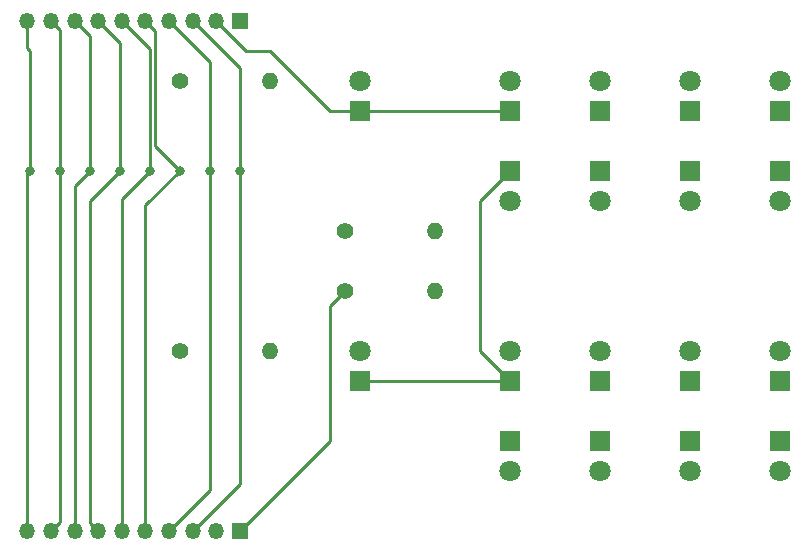
<source format=gtl>
%TF.GenerationSoftware,KiCad,Pcbnew,7.0.8*%
%TF.CreationDate,2023-10-07T23:46:44-07:00*%
%TF.ProjectId,htpm_control_module_display,6874706d-5f63-46f6-9e74-726f6c5f6d6f,1*%
%TF.SameCoordinates,Original*%
%TF.FileFunction,Copper,L1,Top*%
%TF.FilePolarity,Positive*%
%FSLAX46Y46*%
G04 Gerber Fmt 4.6, Leading zero omitted, Abs format (unit mm)*
G04 Created by KiCad (PCBNEW 7.0.8) date 2023-10-07 23:46:44*
%MOMM*%
%LPD*%
G01*
G04 APERTURE LIST*
%TA.AperFunction,ComponentPad*%
%ADD10R,1.800000X1.800000*%
%TD*%
%TA.AperFunction,ComponentPad*%
%ADD11C,1.800000*%
%TD*%
%TA.AperFunction,ComponentPad*%
%ADD12C,1.400000*%
%TD*%
%TA.AperFunction,ComponentPad*%
%ADD13O,1.400000X1.400000*%
%TD*%
%TA.AperFunction,ComponentPad*%
%ADD14R,1.350000X1.350000*%
%TD*%
%TA.AperFunction,ComponentPad*%
%ADD15O,1.350000X1.350000*%
%TD*%
%TA.AperFunction,ViaPad*%
%ADD16C,0.800000*%
%TD*%
%TA.AperFunction,Conductor*%
%ADD17C,0.250000*%
%TD*%
G04 APERTURE END LIST*
D10*
%TO.P,D15,1,K*%
%TO.N,GND*%
X154940000Y-111760000D03*
D11*
%TO.P,D15,2,A*%
%TO.N,Net-(D15-A)*%
X154940000Y-114300000D03*
%TD*%
D10*
%TO.P,D2,1,K*%
%TO.N,GND*%
X142240000Y-106680000D03*
D11*
%TO.P,D2,2,A*%
%TO.N,Net-(D2-A)*%
X142240000Y-104140000D03*
%TD*%
D12*
%TO.P,R1,1*%
%TO.N,Net-(JP25-B)*%
X127000000Y-81280000D03*
D13*
%TO.P,R1,2*%
%TO.N,Net-(D1-A)*%
X134620000Y-81280000D03*
%TD*%
D10*
%TO.P,D1,1,K*%
%TO.N,GND*%
X142240000Y-83820000D03*
D11*
%TO.P,D1,2,A*%
%TO.N,Net-(D1-A)*%
X142240000Y-81280000D03*
%TD*%
D10*
%TO.P,D12,1,K*%
%TO.N,GND*%
X162560000Y-106680000D03*
D11*
%TO.P,D12,2,A*%
%TO.N,Net-(D12-A)*%
X162560000Y-104140000D03*
%TD*%
D10*
%TO.P,D5,1,K*%
%TO.N,GND*%
X170180000Y-83820000D03*
D11*
%TO.P,D5,2,A*%
%TO.N,Net-(D5-A)*%
X170180000Y-81280000D03*
%TD*%
D10*
%TO.P,D6,1,K*%
%TO.N,GND*%
X177800000Y-83820000D03*
D11*
%TO.P,D6,2,A*%
%TO.N,Net-(D6-A)*%
X177800000Y-81280000D03*
%TD*%
D10*
%TO.P,D8,1,K*%
%TO.N,GND*%
X162560000Y-88900000D03*
D11*
%TO.P,D8,2,A*%
%TO.N,Net-(D8-A)*%
X162560000Y-91440000D03*
%TD*%
D10*
%TO.P,D17,1,K*%
%TO.N,GND*%
X170180000Y-111760000D03*
D11*
%TO.P,D17,2,A*%
%TO.N,Net-(D17-A)*%
X170180000Y-114300000D03*
%TD*%
D14*
%TO.P,J1,1,Pin_1*%
%TO.N,+3.3V*%
X132080000Y-76200000D03*
D15*
%TO.P,J1,2,Pin_2*%
%TO.N,GND*%
X130080000Y-76200000D03*
%TO.P,J1,3,Pin_3*%
%TO.N,Net-(J1-Pin_3)*%
X128080000Y-76200000D03*
%TO.P,J1,4,Pin_4*%
%TO.N,Net-(J1-Pin_4)*%
X126080000Y-76200000D03*
%TO.P,J1,5,Pin_5*%
%TO.N,Net-(J1-Pin_5)*%
X124080000Y-76200000D03*
%TO.P,J1,6,Pin_6*%
%TO.N,Net-(J1-Pin_6)*%
X122080000Y-76200000D03*
%TO.P,J1,7,Pin_7*%
%TO.N,Net-(J1-Pin_7)*%
X120080000Y-76200000D03*
%TO.P,J1,8,Pin_8*%
%TO.N,Net-(J1-Pin_8)*%
X118080000Y-76200000D03*
%TO.P,J1,9,Pin_9*%
%TO.N,Net-(J1-Pin_9)*%
X116080000Y-76200000D03*
%TO.P,J1,10,Pin_10*%
%TO.N,Net-(J1-Pin_10)*%
X114080000Y-76200000D03*
%TD*%
D12*
%TO.P,R3,1*%
%TO.N,+3.3V*%
X140970000Y-99060000D03*
D13*
%TO.P,R3,2*%
%TO.N,Net-(JP10-B)*%
X148590000Y-99060000D03*
%TD*%
D10*
%TO.P,D14,1,K*%
%TO.N,GND*%
X177800000Y-106680000D03*
D11*
%TO.P,D14,2,A*%
%TO.N,Net-(D14-A)*%
X177800000Y-104140000D03*
%TD*%
D10*
%TO.P,D10,1,K*%
%TO.N,GND*%
X177800000Y-88900000D03*
D11*
%TO.P,D10,2,A*%
%TO.N,Net-(D10-A)*%
X177800000Y-91440000D03*
%TD*%
D10*
%TO.P,D4,1,K*%
%TO.N,GND*%
X162560000Y-83820000D03*
D11*
%TO.P,D4,2,A*%
%TO.N,Net-(D4-A)*%
X162560000Y-81280000D03*
%TD*%
D10*
%TO.P,D3,1,K*%
%TO.N,GND*%
X154940000Y-83820000D03*
D11*
%TO.P,D3,2,A*%
%TO.N,Net-(D3-A)*%
X154940000Y-81280000D03*
%TD*%
D10*
%TO.P,D16,1,K*%
%TO.N,GND*%
X162560000Y-111760000D03*
D11*
%TO.P,D16,2,A*%
%TO.N,Net-(D16-A)*%
X162560000Y-114300000D03*
%TD*%
D10*
%TO.P,D18,1,K*%
%TO.N,GND*%
X177800000Y-111760000D03*
D11*
%TO.P,D18,2,A*%
%TO.N,Net-(D18-A)*%
X177800000Y-114300000D03*
%TD*%
D10*
%TO.P,D9,1,K*%
%TO.N,GND*%
X170180000Y-88900000D03*
D11*
%TO.P,D9,2,A*%
%TO.N,Net-(D9-A)*%
X170180000Y-91440000D03*
%TD*%
D10*
%TO.P,D13,1,K*%
%TO.N,GND*%
X170180000Y-106680000D03*
D11*
%TO.P,D13,2,A*%
%TO.N,Net-(D13-A)*%
X170180000Y-104140000D03*
%TD*%
D14*
%TO.P,J2,1,Pin_1*%
%TO.N,+3.3V*%
X132080000Y-119380000D03*
D15*
%TO.P,J2,2,Pin_2*%
%TO.N,GND*%
X130080000Y-119380000D03*
%TO.P,J2,3,Pin_3*%
%TO.N,Net-(J1-Pin_3)*%
X128080000Y-119380000D03*
%TO.P,J2,4,Pin_4*%
%TO.N,Net-(J1-Pin_4)*%
X126080000Y-119380000D03*
%TO.P,J2,5,Pin_5*%
%TO.N,Net-(J1-Pin_5)*%
X124080000Y-119380000D03*
%TO.P,J2,6,Pin_6*%
%TO.N,Net-(J1-Pin_6)*%
X122080000Y-119380000D03*
%TO.P,J2,7,Pin_7*%
%TO.N,Net-(J1-Pin_7)*%
X120080000Y-119380000D03*
%TO.P,J2,8,Pin_8*%
%TO.N,Net-(J1-Pin_8)*%
X118080000Y-119380000D03*
%TO.P,J2,9,Pin_9*%
%TO.N,Net-(J1-Pin_9)*%
X116080000Y-119380000D03*
%TO.P,J2,10,Pin_10*%
%TO.N,Net-(J1-Pin_10)*%
X114080000Y-119380000D03*
%TD*%
D10*
%TO.P,D11,1,K*%
%TO.N,GND*%
X154940000Y-106680000D03*
D11*
%TO.P,D11,2,A*%
%TO.N,Net-(D11-A)*%
X154940000Y-104140000D03*
%TD*%
D12*
%TO.P,R4,1*%
%TO.N,+3.3V*%
X140970000Y-93980000D03*
D13*
%TO.P,R4,2*%
%TO.N,Net-(JP1-B)*%
X148590000Y-93980000D03*
%TD*%
D12*
%TO.P,R2,1*%
%TO.N,Net-(JP17-B)*%
X127000000Y-104140000D03*
D13*
%TO.P,R2,2*%
%TO.N,Net-(D2-A)*%
X134620000Y-104140000D03*
%TD*%
D10*
%TO.P,D7,1,K*%
%TO.N,GND*%
X154940000Y-88900000D03*
D11*
%TO.P,D7,2,A*%
%TO.N,Net-(D7-A)*%
X154940000Y-91440000D03*
%TD*%
D16*
%TO.N,Net-(J1-Pin_3)*%
X132080000Y-88900000D03*
%TO.N,Net-(J1-Pin_4)*%
X129540000Y-88900000D03*
%TO.N,Net-(J1-Pin_5)*%
X127000000Y-88900000D03*
%TO.N,Net-(J1-Pin_6)*%
X124460000Y-88900000D03*
%TO.N,Net-(J1-Pin_7)*%
X121920000Y-88900000D03*
%TO.N,Net-(J1-Pin_8)*%
X119380000Y-88900000D03*
%TO.N,Net-(J1-Pin_9)*%
X116840000Y-88900000D03*
%TO.N,Net-(J1-Pin_10)*%
X114300000Y-88900000D03*
%TD*%
D17*
%TO.N,GND*%
X154940000Y-106680000D02*
X152400000Y-104140000D01*
X139700000Y-83820000D02*
X142240000Y-83820000D01*
X130080000Y-76200000D02*
X132620000Y-78740000D01*
X152400000Y-91440000D02*
X154940000Y-88900000D01*
X142240000Y-106680000D02*
X154940000Y-106680000D01*
X134620000Y-78740000D02*
X139700000Y-83820000D01*
X142240000Y-83820000D02*
X154940000Y-83820000D01*
X132620000Y-78740000D02*
X134620000Y-78740000D01*
X152400000Y-104140000D02*
X152400000Y-91440000D01*
%TO.N,+3.3V*%
X139700000Y-100330000D02*
X140970000Y-99060000D01*
X132080000Y-119380000D02*
X139700000Y-111760000D01*
X139700000Y-111760000D02*
X139700000Y-100330000D01*
%TO.N,Net-(J1-Pin_3)*%
X128080000Y-119380000D02*
X132080000Y-115380000D01*
X128080000Y-76200000D02*
X132080000Y-80200000D01*
X132080000Y-115380000D02*
X132080000Y-88900000D01*
X132080000Y-80200000D02*
X132080000Y-88900000D01*
%TO.N,Net-(J1-Pin_4)*%
X129540000Y-79660000D02*
X129540000Y-88900000D01*
X126080000Y-119380000D02*
X129540000Y-115920000D01*
X129540000Y-115920000D02*
X129540000Y-88900000D01*
X126080000Y-76200000D02*
X129540000Y-79660000D01*
%TO.N,Net-(J1-Pin_5)*%
X124080000Y-76200000D02*
X124910000Y-77030000D01*
X124080000Y-119380000D02*
X124080000Y-91820000D01*
X124910000Y-77030000D02*
X124910000Y-86810000D01*
X124080000Y-91820000D02*
X127000000Y-88900000D01*
X124910000Y-86810000D02*
X127000000Y-88900000D01*
%TO.N,Net-(J1-Pin_6)*%
X122080000Y-119380000D02*
X122080000Y-91280000D01*
X122080000Y-91280000D02*
X124460000Y-88900000D01*
X122080000Y-76200000D02*
X124460000Y-78580000D01*
X124460000Y-78580000D02*
X124460000Y-88900000D01*
%TO.N,Net-(J1-Pin_7)*%
X120080000Y-76200000D02*
X121920000Y-78040000D01*
X121920000Y-78040000D02*
X121920000Y-88900000D01*
X119380000Y-91440000D02*
X121920000Y-88900000D01*
X119380000Y-118680000D02*
X119380000Y-91440000D01*
X120080000Y-119380000D02*
X119380000Y-118680000D01*
%TO.N,Net-(J1-Pin_8)*%
X118080000Y-90200000D02*
X119380000Y-88900000D01*
X118080000Y-76200000D02*
X119380000Y-77500000D01*
X119380000Y-77500000D02*
X119380000Y-88900000D01*
X118080000Y-119380000D02*
X118080000Y-90200000D01*
%TO.N,Net-(J1-Pin_9)*%
X116080000Y-76200000D02*
X116840000Y-76960000D01*
X116840000Y-76960000D02*
X116840000Y-88900000D01*
X116080000Y-119380000D02*
X116840000Y-118620000D01*
X116840000Y-118620000D02*
X116840000Y-88900000D01*
%TO.N,Net-(J1-Pin_10)*%
X114080000Y-76200000D02*
X114080000Y-78520000D01*
X114080000Y-89120000D02*
X114300000Y-88900000D01*
X114080000Y-78520000D02*
X114300000Y-78740000D01*
X114300000Y-78740000D02*
X114300000Y-88900000D01*
X114080000Y-119380000D02*
X114080000Y-89120000D01*
%TD*%
M02*

</source>
